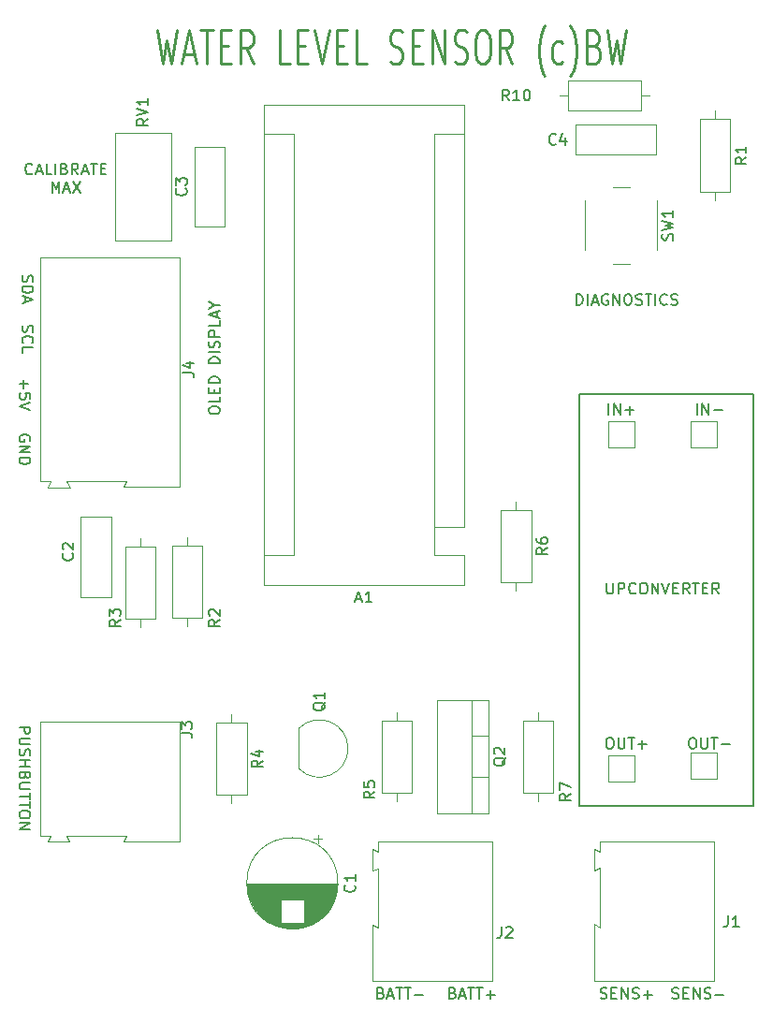
<source format=gto>
G04 #@! TF.GenerationSoftware,KiCad,Pcbnew,6.0.2+dfsg-1*
G04 #@! TF.CreationDate,2023-09-01T16:31:58+02:00*
G04 #@! TF.ProjectId,WLS5,574c5335-2e6b-4696-9361-645f70636258,rev?*
G04 #@! TF.SameCoordinates,Original*
G04 #@! TF.FileFunction,Legend,Top*
G04 #@! TF.FilePolarity,Positive*
%FSLAX46Y46*%
G04 Gerber Fmt 4.6, Leading zero omitted, Abs format (unit mm)*
G04 Created by KiCad (PCBNEW 6.0.2+dfsg-1) date 2023-09-01 16:31:58*
%MOMM*%
%LPD*%
G01*
G04 APERTURE LIST*
%ADD10C,0.150000*%
%ADD11C,0.250000*%
%ADD12C,0.120000*%
%ADD13C,1.600000*%
%ADD14O,1.600000X1.600000*%
%ADD15R,3.960000X1.980000*%
%ADD16O,3.960000X1.980000*%
%ADD17C,2.000000*%
%ADD18R,1.500000X1.050000*%
%ADD19O,1.500000X1.050000*%
%ADD20R,2.000000X2.000000*%
%ADD21R,1.600000X1.600000*%
%ADD22C,3.200000*%
%ADD23R,1.980000X3.960000*%
%ADD24O,1.980000X3.960000*%
%ADD25C,1.440000*%
%ADD26R,2.000000X1.905000*%
%ADD27O,2.000000X1.905000*%
G04 APERTURE END LIST*
D10*
X135500000Y-119000000D02*
X151250000Y-119000000D01*
X151250000Y-119000000D02*
X151250000Y-81750000D01*
X151250000Y-81750000D02*
X135500000Y-81750000D01*
X135500000Y-81750000D02*
X135500000Y-119000000D01*
X85976190Y-61802142D02*
X85928571Y-61849761D01*
X85785714Y-61897380D01*
X85690476Y-61897380D01*
X85547619Y-61849761D01*
X85452380Y-61754523D01*
X85404761Y-61659285D01*
X85357142Y-61468809D01*
X85357142Y-61325952D01*
X85404761Y-61135476D01*
X85452380Y-61040238D01*
X85547619Y-60945000D01*
X85690476Y-60897380D01*
X85785714Y-60897380D01*
X85928571Y-60945000D01*
X85976190Y-60992619D01*
X86357142Y-61611666D02*
X86833333Y-61611666D01*
X86261904Y-61897380D02*
X86595238Y-60897380D01*
X86928571Y-61897380D01*
X87738095Y-61897380D02*
X87261904Y-61897380D01*
X87261904Y-60897380D01*
X88071428Y-61897380D02*
X88071428Y-60897380D01*
X88880952Y-61373571D02*
X89023809Y-61421190D01*
X89071428Y-61468809D01*
X89119047Y-61564047D01*
X89119047Y-61706904D01*
X89071428Y-61802142D01*
X89023809Y-61849761D01*
X88928571Y-61897380D01*
X88547619Y-61897380D01*
X88547619Y-60897380D01*
X88880952Y-60897380D01*
X88976190Y-60945000D01*
X89023809Y-60992619D01*
X89071428Y-61087857D01*
X89071428Y-61183095D01*
X89023809Y-61278333D01*
X88976190Y-61325952D01*
X88880952Y-61373571D01*
X88547619Y-61373571D01*
X90119047Y-61897380D02*
X89785714Y-61421190D01*
X89547619Y-61897380D02*
X89547619Y-60897380D01*
X89928571Y-60897380D01*
X90023809Y-60945000D01*
X90071428Y-60992619D01*
X90119047Y-61087857D01*
X90119047Y-61230714D01*
X90071428Y-61325952D01*
X90023809Y-61373571D01*
X89928571Y-61421190D01*
X89547619Y-61421190D01*
X90500000Y-61611666D02*
X90976190Y-61611666D01*
X90404761Y-61897380D02*
X90738095Y-60897380D01*
X91071428Y-61897380D01*
X91261904Y-60897380D02*
X91833333Y-60897380D01*
X91547619Y-61897380D02*
X91547619Y-60897380D01*
X92166666Y-61373571D02*
X92500000Y-61373571D01*
X92642857Y-61897380D02*
X92166666Y-61897380D01*
X92166666Y-60897380D01*
X92642857Y-60897380D01*
X87761904Y-63507380D02*
X87761904Y-62507380D01*
X88095238Y-63221666D01*
X88428571Y-62507380D01*
X88428571Y-63507380D01*
X88857142Y-63221666D02*
X89333333Y-63221666D01*
X88761904Y-63507380D02*
X89095238Y-62507380D01*
X89428571Y-63507380D01*
X89666666Y-62507380D02*
X90333333Y-63507380D01*
X90333333Y-62507380D02*
X89666666Y-63507380D01*
X85750000Y-85988095D02*
X85797619Y-85892857D01*
X85797619Y-85750000D01*
X85750000Y-85607142D01*
X85654761Y-85511904D01*
X85559523Y-85464285D01*
X85369047Y-85416666D01*
X85226190Y-85416666D01*
X85035714Y-85464285D01*
X84940476Y-85511904D01*
X84845238Y-85607142D01*
X84797619Y-85750000D01*
X84797619Y-85845238D01*
X84845238Y-85988095D01*
X84892857Y-86035714D01*
X85226190Y-86035714D01*
X85226190Y-85845238D01*
X84797619Y-86464285D02*
X85797619Y-86464285D01*
X84797619Y-87035714D01*
X85797619Y-87035714D01*
X84797619Y-87511904D02*
X85797619Y-87511904D01*
X85797619Y-87750000D01*
X85750000Y-87892857D01*
X85654761Y-87988095D01*
X85559523Y-88035714D01*
X85369047Y-88083333D01*
X85226190Y-88083333D01*
X85035714Y-88035714D01*
X84940476Y-87988095D01*
X84845238Y-87892857D01*
X84797619Y-87750000D01*
X84797619Y-87511904D01*
X124011904Y-135928571D02*
X124154761Y-135976190D01*
X124202380Y-136023809D01*
X124250000Y-136119047D01*
X124250000Y-136261904D01*
X124202380Y-136357142D01*
X124154761Y-136404761D01*
X124059523Y-136452380D01*
X123678571Y-136452380D01*
X123678571Y-135452380D01*
X124011904Y-135452380D01*
X124107142Y-135500000D01*
X124154761Y-135547619D01*
X124202380Y-135642857D01*
X124202380Y-135738095D01*
X124154761Y-135833333D01*
X124107142Y-135880952D01*
X124011904Y-135928571D01*
X123678571Y-135928571D01*
X124630952Y-136166666D02*
X125107142Y-136166666D01*
X124535714Y-136452380D02*
X124869047Y-135452380D01*
X125202380Y-136452380D01*
X125392857Y-135452380D02*
X125964285Y-135452380D01*
X125678571Y-136452380D02*
X125678571Y-135452380D01*
X126154761Y-135452380D02*
X126726190Y-135452380D01*
X126440476Y-136452380D02*
X126440476Y-135452380D01*
X127059523Y-136071428D02*
X127821428Y-136071428D01*
X127440476Y-136452380D02*
X127440476Y-135690476D01*
X117511904Y-135928571D02*
X117654761Y-135976190D01*
X117702380Y-136023809D01*
X117750000Y-136119047D01*
X117750000Y-136261904D01*
X117702380Y-136357142D01*
X117654761Y-136404761D01*
X117559523Y-136452380D01*
X117178571Y-136452380D01*
X117178571Y-135452380D01*
X117511904Y-135452380D01*
X117607142Y-135500000D01*
X117654761Y-135547619D01*
X117702380Y-135642857D01*
X117702380Y-135738095D01*
X117654761Y-135833333D01*
X117607142Y-135880952D01*
X117511904Y-135928571D01*
X117178571Y-135928571D01*
X118130952Y-136166666D02*
X118607142Y-136166666D01*
X118035714Y-136452380D02*
X118369047Y-135452380D01*
X118702380Y-136452380D01*
X118892857Y-135452380D02*
X119464285Y-135452380D01*
X119178571Y-136452380D02*
X119178571Y-135452380D01*
X119654761Y-135452380D02*
X120226190Y-135452380D01*
X119940476Y-136452380D02*
X119940476Y-135452380D01*
X120559523Y-136071428D02*
X121321428Y-136071428D01*
X137377857Y-136404761D02*
X137520714Y-136452380D01*
X137758809Y-136452380D01*
X137854047Y-136404761D01*
X137901666Y-136357142D01*
X137949285Y-136261904D01*
X137949285Y-136166666D01*
X137901666Y-136071428D01*
X137854047Y-136023809D01*
X137758809Y-135976190D01*
X137568333Y-135928571D01*
X137473095Y-135880952D01*
X137425476Y-135833333D01*
X137377857Y-135738095D01*
X137377857Y-135642857D01*
X137425476Y-135547619D01*
X137473095Y-135500000D01*
X137568333Y-135452380D01*
X137806428Y-135452380D01*
X137949285Y-135500000D01*
X138377857Y-135928571D02*
X138711190Y-135928571D01*
X138854047Y-136452380D02*
X138377857Y-136452380D01*
X138377857Y-135452380D01*
X138854047Y-135452380D01*
X139282619Y-136452380D02*
X139282619Y-135452380D01*
X139854047Y-136452380D01*
X139854047Y-135452380D01*
X140282619Y-136404761D02*
X140425476Y-136452380D01*
X140663571Y-136452380D01*
X140758809Y-136404761D01*
X140806428Y-136357142D01*
X140854047Y-136261904D01*
X140854047Y-136166666D01*
X140806428Y-136071428D01*
X140758809Y-136023809D01*
X140663571Y-135976190D01*
X140473095Y-135928571D01*
X140377857Y-135880952D01*
X140330238Y-135833333D01*
X140282619Y-135738095D01*
X140282619Y-135642857D01*
X140330238Y-135547619D01*
X140377857Y-135500000D01*
X140473095Y-135452380D01*
X140711190Y-135452380D01*
X140854047Y-135500000D01*
X141282619Y-136071428D02*
X142044523Y-136071428D01*
X141663571Y-136452380D02*
X141663571Y-135690476D01*
X143877857Y-136404761D02*
X144020714Y-136452380D01*
X144258809Y-136452380D01*
X144354047Y-136404761D01*
X144401666Y-136357142D01*
X144449285Y-136261904D01*
X144449285Y-136166666D01*
X144401666Y-136071428D01*
X144354047Y-136023809D01*
X144258809Y-135976190D01*
X144068333Y-135928571D01*
X143973095Y-135880952D01*
X143925476Y-135833333D01*
X143877857Y-135738095D01*
X143877857Y-135642857D01*
X143925476Y-135547619D01*
X143973095Y-135500000D01*
X144068333Y-135452380D01*
X144306428Y-135452380D01*
X144449285Y-135500000D01*
X144877857Y-135928571D02*
X145211190Y-135928571D01*
X145354047Y-136452380D02*
X144877857Y-136452380D01*
X144877857Y-135452380D01*
X145354047Y-135452380D01*
X145782619Y-136452380D02*
X145782619Y-135452380D01*
X146354047Y-136452380D01*
X146354047Y-135452380D01*
X146782619Y-136404761D02*
X146925476Y-136452380D01*
X147163571Y-136452380D01*
X147258809Y-136404761D01*
X147306428Y-136357142D01*
X147354047Y-136261904D01*
X147354047Y-136166666D01*
X147306428Y-136071428D01*
X147258809Y-136023809D01*
X147163571Y-135976190D01*
X146973095Y-135928571D01*
X146877857Y-135880952D01*
X146830238Y-135833333D01*
X146782619Y-135738095D01*
X146782619Y-135642857D01*
X146830238Y-135547619D01*
X146877857Y-135500000D01*
X146973095Y-135452380D01*
X147211190Y-135452380D01*
X147354047Y-135500000D01*
X147782619Y-136071428D02*
X148544523Y-136071428D01*
X101952380Y-83309523D02*
X101952380Y-83119047D01*
X102000000Y-83023809D01*
X102095238Y-82928571D01*
X102285714Y-82880952D01*
X102619047Y-82880952D01*
X102809523Y-82928571D01*
X102904761Y-83023809D01*
X102952380Y-83119047D01*
X102952380Y-83309523D01*
X102904761Y-83404761D01*
X102809523Y-83500000D01*
X102619047Y-83547619D01*
X102285714Y-83547619D01*
X102095238Y-83500000D01*
X102000000Y-83404761D01*
X101952380Y-83309523D01*
X102952380Y-81976190D02*
X102952380Y-82452380D01*
X101952380Y-82452380D01*
X102428571Y-81642857D02*
X102428571Y-81309523D01*
X102952380Y-81166666D02*
X102952380Y-81642857D01*
X101952380Y-81642857D01*
X101952380Y-81166666D01*
X102952380Y-80738095D02*
X101952380Y-80738095D01*
X101952380Y-80500000D01*
X102000000Y-80357142D01*
X102095238Y-80261904D01*
X102190476Y-80214285D01*
X102380952Y-80166666D01*
X102523809Y-80166666D01*
X102714285Y-80214285D01*
X102809523Y-80261904D01*
X102904761Y-80357142D01*
X102952380Y-80500000D01*
X102952380Y-80738095D01*
X102952380Y-78976190D02*
X101952380Y-78976190D01*
X101952380Y-78738095D01*
X102000000Y-78595238D01*
X102095238Y-78500000D01*
X102190476Y-78452380D01*
X102380952Y-78404761D01*
X102523809Y-78404761D01*
X102714285Y-78452380D01*
X102809523Y-78500000D01*
X102904761Y-78595238D01*
X102952380Y-78738095D01*
X102952380Y-78976190D01*
X102952380Y-77976190D02*
X101952380Y-77976190D01*
X102904761Y-77547619D02*
X102952380Y-77404761D01*
X102952380Y-77166666D01*
X102904761Y-77071428D01*
X102857142Y-77023809D01*
X102761904Y-76976190D01*
X102666666Y-76976190D01*
X102571428Y-77023809D01*
X102523809Y-77071428D01*
X102476190Y-77166666D01*
X102428571Y-77357142D01*
X102380952Y-77452380D01*
X102333333Y-77500000D01*
X102238095Y-77547619D01*
X102142857Y-77547619D01*
X102047619Y-77500000D01*
X102000000Y-77452380D01*
X101952380Y-77357142D01*
X101952380Y-77119047D01*
X102000000Y-76976190D01*
X102952380Y-76547619D02*
X101952380Y-76547619D01*
X101952380Y-76166666D01*
X102000000Y-76071428D01*
X102047619Y-76023809D01*
X102142857Y-75976190D01*
X102285714Y-75976190D01*
X102380952Y-76023809D01*
X102428571Y-76071428D01*
X102476190Y-76166666D01*
X102476190Y-76547619D01*
X102952380Y-75071428D02*
X102952380Y-75547619D01*
X101952380Y-75547619D01*
X102666666Y-74785714D02*
X102666666Y-74309523D01*
X102952380Y-74880952D02*
X101952380Y-74547619D01*
X102952380Y-74214285D01*
X102476190Y-73690476D02*
X102952380Y-73690476D01*
X101952380Y-74023809D02*
X102476190Y-73690476D01*
X101952380Y-73357142D01*
X137952380Y-98827380D02*
X137952380Y-99636904D01*
X138000000Y-99732142D01*
X138047619Y-99779761D01*
X138142857Y-99827380D01*
X138333333Y-99827380D01*
X138428571Y-99779761D01*
X138476190Y-99732142D01*
X138523809Y-99636904D01*
X138523809Y-98827380D01*
X139000000Y-99827380D02*
X139000000Y-98827380D01*
X139380952Y-98827380D01*
X139476190Y-98875000D01*
X139523809Y-98922619D01*
X139571428Y-99017857D01*
X139571428Y-99160714D01*
X139523809Y-99255952D01*
X139476190Y-99303571D01*
X139380952Y-99351190D01*
X139000000Y-99351190D01*
X140571428Y-99732142D02*
X140523809Y-99779761D01*
X140380952Y-99827380D01*
X140285714Y-99827380D01*
X140142857Y-99779761D01*
X140047619Y-99684523D01*
X140000000Y-99589285D01*
X139952380Y-99398809D01*
X139952380Y-99255952D01*
X140000000Y-99065476D01*
X140047619Y-98970238D01*
X140142857Y-98875000D01*
X140285714Y-98827380D01*
X140380952Y-98827380D01*
X140523809Y-98875000D01*
X140571428Y-98922619D01*
X141190476Y-98827380D02*
X141380952Y-98827380D01*
X141476190Y-98875000D01*
X141571428Y-98970238D01*
X141619047Y-99160714D01*
X141619047Y-99494047D01*
X141571428Y-99684523D01*
X141476190Y-99779761D01*
X141380952Y-99827380D01*
X141190476Y-99827380D01*
X141095238Y-99779761D01*
X141000000Y-99684523D01*
X140952380Y-99494047D01*
X140952380Y-99160714D01*
X141000000Y-98970238D01*
X141095238Y-98875000D01*
X141190476Y-98827380D01*
X142047619Y-99827380D02*
X142047619Y-98827380D01*
X142619047Y-99827380D01*
X142619047Y-98827380D01*
X142952380Y-98827380D02*
X143285714Y-99827380D01*
X143619047Y-98827380D01*
X143952380Y-99303571D02*
X144285714Y-99303571D01*
X144428571Y-99827380D02*
X143952380Y-99827380D01*
X143952380Y-98827380D01*
X144428571Y-98827380D01*
X145428571Y-99827380D02*
X145095238Y-99351190D01*
X144857142Y-99827380D02*
X144857142Y-98827380D01*
X145238095Y-98827380D01*
X145333333Y-98875000D01*
X145380952Y-98922619D01*
X145428571Y-99017857D01*
X145428571Y-99160714D01*
X145380952Y-99255952D01*
X145333333Y-99303571D01*
X145238095Y-99351190D01*
X144857142Y-99351190D01*
X145714285Y-98827380D02*
X146285714Y-98827380D01*
X146000000Y-99827380D02*
X146000000Y-98827380D01*
X146619047Y-99303571D02*
X146952380Y-99303571D01*
X147095238Y-99827380D02*
X146619047Y-99827380D01*
X146619047Y-98827380D01*
X147095238Y-98827380D01*
X148095238Y-99827380D02*
X147761904Y-99351190D01*
X147523809Y-99827380D02*
X147523809Y-98827380D01*
X147904761Y-98827380D01*
X148000000Y-98875000D01*
X148047619Y-98922619D01*
X148095238Y-99017857D01*
X148095238Y-99160714D01*
X148047619Y-99255952D01*
X148000000Y-99303571D01*
X147904761Y-99351190D01*
X147523809Y-99351190D01*
X85095238Y-71035714D02*
X85047619Y-71178571D01*
X85047619Y-71416666D01*
X85095238Y-71511904D01*
X85142857Y-71559523D01*
X85238095Y-71607142D01*
X85333333Y-71607142D01*
X85428571Y-71559523D01*
X85476190Y-71511904D01*
X85523809Y-71416666D01*
X85571428Y-71226190D01*
X85619047Y-71130952D01*
X85666666Y-71083333D01*
X85761904Y-71035714D01*
X85857142Y-71035714D01*
X85952380Y-71083333D01*
X86000000Y-71130952D01*
X86047619Y-71226190D01*
X86047619Y-71464285D01*
X86000000Y-71607142D01*
X85047619Y-72035714D02*
X86047619Y-72035714D01*
X86047619Y-72273809D01*
X86000000Y-72416666D01*
X85904761Y-72511904D01*
X85809523Y-72559523D01*
X85619047Y-72607142D01*
X85476190Y-72607142D01*
X85285714Y-72559523D01*
X85190476Y-72511904D01*
X85095238Y-72416666D01*
X85047619Y-72273809D01*
X85047619Y-72035714D01*
X85333333Y-72988095D02*
X85333333Y-73464285D01*
X85047619Y-72892857D02*
X86047619Y-73226190D01*
X85047619Y-73559523D01*
X135202380Y-73702380D02*
X135202380Y-72702380D01*
X135440476Y-72702380D01*
X135583333Y-72750000D01*
X135678571Y-72845238D01*
X135726190Y-72940476D01*
X135773809Y-73130952D01*
X135773809Y-73273809D01*
X135726190Y-73464285D01*
X135678571Y-73559523D01*
X135583333Y-73654761D01*
X135440476Y-73702380D01*
X135202380Y-73702380D01*
X136202380Y-73702380D02*
X136202380Y-72702380D01*
X136630952Y-73416666D02*
X137107142Y-73416666D01*
X136535714Y-73702380D02*
X136869047Y-72702380D01*
X137202380Y-73702380D01*
X138059523Y-72750000D02*
X137964285Y-72702380D01*
X137821428Y-72702380D01*
X137678571Y-72750000D01*
X137583333Y-72845238D01*
X137535714Y-72940476D01*
X137488095Y-73130952D01*
X137488095Y-73273809D01*
X137535714Y-73464285D01*
X137583333Y-73559523D01*
X137678571Y-73654761D01*
X137821428Y-73702380D01*
X137916666Y-73702380D01*
X138059523Y-73654761D01*
X138107142Y-73607142D01*
X138107142Y-73273809D01*
X137916666Y-73273809D01*
X138535714Y-73702380D02*
X138535714Y-72702380D01*
X139107142Y-73702380D01*
X139107142Y-72702380D01*
X139773809Y-72702380D02*
X139964285Y-72702380D01*
X140059523Y-72750000D01*
X140154761Y-72845238D01*
X140202380Y-73035714D01*
X140202380Y-73369047D01*
X140154761Y-73559523D01*
X140059523Y-73654761D01*
X139964285Y-73702380D01*
X139773809Y-73702380D01*
X139678571Y-73654761D01*
X139583333Y-73559523D01*
X139535714Y-73369047D01*
X139535714Y-73035714D01*
X139583333Y-72845238D01*
X139678571Y-72750000D01*
X139773809Y-72702380D01*
X140583333Y-73654761D02*
X140726190Y-73702380D01*
X140964285Y-73702380D01*
X141059523Y-73654761D01*
X141107142Y-73607142D01*
X141154761Y-73511904D01*
X141154761Y-73416666D01*
X141107142Y-73321428D01*
X141059523Y-73273809D01*
X140964285Y-73226190D01*
X140773809Y-73178571D01*
X140678571Y-73130952D01*
X140630952Y-73083333D01*
X140583333Y-72988095D01*
X140583333Y-72892857D01*
X140630952Y-72797619D01*
X140678571Y-72750000D01*
X140773809Y-72702380D01*
X141011904Y-72702380D01*
X141154761Y-72750000D01*
X141440476Y-72702380D02*
X142011904Y-72702380D01*
X141726190Y-73702380D02*
X141726190Y-72702380D01*
X142345238Y-73702380D02*
X142345238Y-72702380D01*
X143392857Y-73607142D02*
X143345238Y-73654761D01*
X143202380Y-73702380D01*
X143107142Y-73702380D01*
X142964285Y-73654761D01*
X142869047Y-73559523D01*
X142821428Y-73464285D01*
X142773809Y-73273809D01*
X142773809Y-73130952D01*
X142821428Y-72940476D01*
X142869047Y-72845238D01*
X142964285Y-72750000D01*
X143107142Y-72702380D01*
X143202380Y-72702380D01*
X143345238Y-72750000D01*
X143392857Y-72797619D01*
X143773809Y-73654761D02*
X143916666Y-73702380D01*
X144154761Y-73702380D01*
X144250000Y-73654761D01*
X144297619Y-73607142D01*
X144345238Y-73511904D01*
X144345238Y-73416666D01*
X144297619Y-73321428D01*
X144250000Y-73273809D01*
X144154761Y-73226190D01*
X143964285Y-73178571D01*
X143869047Y-73130952D01*
X143821428Y-73083333D01*
X143773809Y-72988095D01*
X143773809Y-72892857D01*
X143821428Y-72797619D01*
X143869047Y-72750000D01*
X143964285Y-72702380D01*
X144202380Y-72702380D01*
X144345238Y-72750000D01*
X85095238Y-75559523D02*
X85047619Y-75702380D01*
X85047619Y-75940476D01*
X85095238Y-76035714D01*
X85142857Y-76083333D01*
X85238095Y-76130952D01*
X85333333Y-76130952D01*
X85428571Y-76083333D01*
X85476190Y-76035714D01*
X85523809Y-75940476D01*
X85571428Y-75750000D01*
X85619047Y-75654761D01*
X85666666Y-75607142D01*
X85761904Y-75559523D01*
X85857142Y-75559523D01*
X85952380Y-75607142D01*
X86000000Y-75654761D01*
X86047619Y-75750000D01*
X86047619Y-75988095D01*
X86000000Y-76130952D01*
X85142857Y-77130952D02*
X85095238Y-77083333D01*
X85047619Y-76940476D01*
X85047619Y-76845238D01*
X85095238Y-76702380D01*
X85190476Y-76607142D01*
X85285714Y-76559523D01*
X85476190Y-76511904D01*
X85619047Y-76511904D01*
X85809523Y-76559523D01*
X85904761Y-76607142D01*
X86000000Y-76702380D01*
X86047619Y-76845238D01*
X86047619Y-76940476D01*
X86000000Y-77083333D01*
X85952380Y-77130952D01*
X85047619Y-78035714D02*
X85047619Y-77559523D01*
X86047619Y-77559523D01*
X84797619Y-111880952D02*
X85797619Y-111880952D01*
X85797619Y-112261904D01*
X85750000Y-112357142D01*
X85702380Y-112404761D01*
X85607142Y-112452380D01*
X85464285Y-112452380D01*
X85369047Y-112404761D01*
X85321428Y-112357142D01*
X85273809Y-112261904D01*
X85273809Y-111880952D01*
X85797619Y-112880952D02*
X84988095Y-112880952D01*
X84892857Y-112928571D01*
X84845238Y-112976190D01*
X84797619Y-113071428D01*
X84797619Y-113261904D01*
X84845238Y-113357142D01*
X84892857Y-113404761D01*
X84988095Y-113452380D01*
X85797619Y-113452380D01*
X84845238Y-113880952D02*
X84797619Y-114023809D01*
X84797619Y-114261904D01*
X84845238Y-114357142D01*
X84892857Y-114404761D01*
X84988095Y-114452380D01*
X85083333Y-114452380D01*
X85178571Y-114404761D01*
X85226190Y-114357142D01*
X85273809Y-114261904D01*
X85321428Y-114071428D01*
X85369047Y-113976190D01*
X85416666Y-113928571D01*
X85511904Y-113880952D01*
X85607142Y-113880952D01*
X85702380Y-113928571D01*
X85750000Y-113976190D01*
X85797619Y-114071428D01*
X85797619Y-114309523D01*
X85750000Y-114452380D01*
X84797619Y-114880952D02*
X85797619Y-114880952D01*
X85321428Y-114880952D02*
X85321428Y-115452380D01*
X84797619Y-115452380D02*
X85797619Y-115452380D01*
X85321428Y-116261904D02*
X85273809Y-116404761D01*
X85226190Y-116452380D01*
X85130952Y-116500000D01*
X84988095Y-116500000D01*
X84892857Y-116452380D01*
X84845238Y-116404761D01*
X84797619Y-116309523D01*
X84797619Y-115928571D01*
X85797619Y-115928571D01*
X85797619Y-116261904D01*
X85750000Y-116357142D01*
X85702380Y-116404761D01*
X85607142Y-116452380D01*
X85511904Y-116452380D01*
X85416666Y-116404761D01*
X85369047Y-116357142D01*
X85321428Y-116261904D01*
X85321428Y-115928571D01*
X85797619Y-116928571D02*
X84988095Y-116928571D01*
X84892857Y-116976190D01*
X84845238Y-117023809D01*
X84797619Y-117119047D01*
X84797619Y-117309523D01*
X84845238Y-117404761D01*
X84892857Y-117452380D01*
X84988095Y-117500000D01*
X85797619Y-117500000D01*
X85797619Y-117833333D02*
X85797619Y-118404761D01*
X84797619Y-118119047D02*
X85797619Y-118119047D01*
X85797619Y-118595238D02*
X85797619Y-119166666D01*
X84797619Y-118880952D02*
X85797619Y-118880952D01*
X85797619Y-119690476D02*
X85797619Y-119880952D01*
X85750000Y-119976190D01*
X85654761Y-120071428D01*
X85464285Y-120119047D01*
X85130952Y-120119047D01*
X84940476Y-120071428D01*
X84845238Y-119976190D01*
X84797619Y-119880952D01*
X84797619Y-119690476D01*
X84845238Y-119595238D01*
X84940476Y-119500000D01*
X85130952Y-119452380D01*
X85464285Y-119452380D01*
X85654761Y-119500000D01*
X85750000Y-119595238D01*
X85797619Y-119690476D01*
X84797619Y-120547619D02*
X85797619Y-120547619D01*
X84797619Y-121119047D01*
X85797619Y-121119047D01*
X85178571Y-80464285D02*
X85178571Y-81226190D01*
X84797619Y-80845238D02*
X85559523Y-80845238D01*
X85797619Y-82178571D02*
X85797619Y-81702380D01*
X85321428Y-81654761D01*
X85369047Y-81702380D01*
X85416666Y-81797619D01*
X85416666Y-82035714D01*
X85369047Y-82130952D01*
X85321428Y-82178571D01*
X85226190Y-82226190D01*
X84988095Y-82226190D01*
X84892857Y-82178571D01*
X84845238Y-82130952D01*
X84797619Y-82035714D01*
X84797619Y-81797619D01*
X84845238Y-81702380D01*
X84892857Y-81654761D01*
X85797619Y-82511904D02*
X84797619Y-82845238D01*
X85797619Y-83178571D01*
D11*
X97309523Y-48857142D02*
X97785714Y-51857142D01*
X98166666Y-49714285D01*
X98547619Y-51857142D01*
X99023809Y-48857142D01*
X99690476Y-51000000D02*
X100642857Y-51000000D01*
X99500000Y-51857142D02*
X100166666Y-48857142D01*
X100833333Y-51857142D01*
X101214285Y-48857142D02*
X102357142Y-48857142D01*
X101785714Y-51857142D02*
X101785714Y-48857142D01*
X103023809Y-50285714D02*
X103690476Y-50285714D01*
X103976190Y-51857142D02*
X103023809Y-51857142D01*
X103023809Y-48857142D01*
X103976190Y-48857142D01*
X105976190Y-51857142D02*
X105309523Y-50428571D01*
X104833333Y-51857142D02*
X104833333Y-48857142D01*
X105595238Y-48857142D01*
X105785714Y-49000000D01*
X105880952Y-49142857D01*
X105976190Y-49428571D01*
X105976190Y-49857142D01*
X105880952Y-50142857D01*
X105785714Y-50285714D01*
X105595238Y-50428571D01*
X104833333Y-50428571D01*
X109309523Y-51857142D02*
X108357142Y-51857142D01*
X108357142Y-48857142D01*
X109976190Y-50285714D02*
X110642857Y-50285714D01*
X110928571Y-51857142D02*
X109976190Y-51857142D01*
X109976190Y-48857142D01*
X110928571Y-48857142D01*
X111500000Y-48857142D02*
X112166666Y-51857142D01*
X112833333Y-48857142D01*
X113500000Y-50285714D02*
X114166666Y-50285714D01*
X114452380Y-51857142D02*
X113500000Y-51857142D01*
X113500000Y-48857142D01*
X114452380Y-48857142D01*
X116261904Y-51857142D02*
X115309523Y-51857142D01*
X115309523Y-48857142D01*
X118357142Y-51714285D02*
X118642857Y-51857142D01*
X119119047Y-51857142D01*
X119309523Y-51714285D01*
X119404761Y-51571428D01*
X119500000Y-51285714D01*
X119500000Y-51000000D01*
X119404761Y-50714285D01*
X119309523Y-50571428D01*
X119119047Y-50428571D01*
X118738095Y-50285714D01*
X118547619Y-50142857D01*
X118452380Y-50000000D01*
X118357142Y-49714285D01*
X118357142Y-49428571D01*
X118452380Y-49142857D01*
X118547619Y-49000000D01*
X118738095Y-48857142D01*
X119214285Y-48857142D01*
X119500000Y-49000000D01*
X120357142Y-50285714D02*
X121023809Y-50285714D01*
X121309523Y-51857142D02*
X120357142Y-51857142D01*
X120357142Y-48857142D01*
X121309523Y-48857142D01*
X122166666Y-51857142D02*
X122166666Y-48857142D01*
X123309523Y-51857142D01*
X123309523Y-48857142D01*
X124166666Y-51714285D02*
X124452380Y-51857142D01*
X124928571Y-51857142D01*
X125119047Y-51714285D01*
X125214285Y-51571428D01*
X125309523Y-51285714D01*
X125309523Y-51000000D01*
X125214285Y-50714285D01*
X125119047Y-50571428D01*
X124928571Y-50428571D01*
X124547619Y-50285714D01*
X124357142Y-50142857D01*
X124261904Y-50000000D01*
X124166666Y-49714285D01*
X124166666Y-49428571D01*
X124261904Y-49142857D01*
X124357142Y-49000000D01*
X124547619Y-48857142D01*
X125023809Y-48857142D01*
X125309523Y-49000000D01*
X126547619Y-48857142D02*
X126928571Y-48857142D01*
X127119047Y-49000000D01*
X127309523Y-49285714D01*
X127404761Y-49857142D01*
X127404761Y-50857142D01*
X127309523Y-51428571D01*
X127119047Y-51714285D01*
X126928571Y-51857142D01*
X126547619Y-51857142D01*
X126357142Y-51714285D01*
X126166666Y-51428571D01*
X126071428Y-50857142D01*
X126071428Y-49857142D01*
X126166666Y-49285714D01*
X126357142Y-49000000D01*
X126547619Y-48857142D01*
X129404761Y-51857142D02*
X128738095Y-50428571D01*
X128261904Y-51857142D02*
X128261904Y-48857142D01*
X129023809Y-48857142D01*
X129214285Y-49000000D01*
X129309523Y-49142857D01*
X129404761Y-49428571D01*
X129404761Y-49857142D01*
X129309523Y-50142857D01*
X129214285Y-50285714D01*
X129023809Y-50428571D01*
X128261904Y-50428571D01*
X132357142Y-53000000D02*
X132261904Y-52857142D01*
X132071428Y-52428571D01*
X131976190Y-52142857D01*
X131880952Y-51714285D01*
X131785714Y-51000000D01*
X131785714Y-50428571D01*
X131880952Y-49714285D01*
X131976190Y-49285714D01*
X132071428Y-49000000D01*
X132261904Y-48571428D01*
X132357142Y-48428571D01*
X133976190Y-51714285D02*
X133785714Y-51857142D01*
X133404761Y-51857142D01*
X133214285Y-51714285D01*
X133119047Y-51571428D01*
X133023809Y-51285714D01*
X133023809Y-50428571D01*
X133119047Y-50142857D01*
X133214285Y-50000000D01*
X133404761Y-49857142D01*
X133785714Y-49857142D01*
X133976190Y-50000000D01*
X134642857Y-53000000D02*
X134738095Y-52857142D01*
X134928571Y-52428571D01*
X135023809Y-52142857D01*
X135119047Y-51714285D01*
X135214285Y-51000000D01*
X135214285Y-50428571D01*
X135119047Y-49714285D01*
X135023809Y-49285714D01*
X134928571Y-49000000D01*
X134738095Y-48571428D01*
X134642857Y-48428571D01*
X136833333Y-50285714D02*
X137119047Y-50428571D01*
X137214285Y-50571428D01*
X137309523Y-50857142D01*
X137309523Y-51285714D01*
X137214285Y-51571428D01*
X137119047Y-51714285D01*
X136928571Y-51857142D01*
X136166666Y-51857142D01*
X136166666Y-48857142D01*
X136833333Y-48857142D01*
X137023809Y-49000000D01*
X137119047Y-49142857D01*
X137214285Y-49428571D01*
X137214285Y-49714285D01*
X137119047Y-50000000D01*
X137023809Y-50142857D01*
X136833333Y-50285714D01*
X136166666Y-50285714D01*
X137976190Y-48857142D02*
X138452380Y-51857142D01*
X138833333Y-49714285D01*
X139214285Y-51857142D01*
X139690476Y-48857142D01*
D10*
X129107142Y-55202380D02*
X128773809Y-54726190D01*
X128535714Y-55202380D02*
X128535714Y-54202380D01*
X128916666Y-54202380D01*
X129011904Y-54250000D01*
X129059523Y-54297619D01*
X129107142Y-54392857D01*
X129107142Y-54535714D01*
X129059523Y-54630952D01*
X129011904Y-54678571D01*
X128916666Y-54726190D01*
X128535714Y-54726190D01*
X130059523Y-55202380D02*
X129488095Y-55202380D01*
X129773809Y-55202380D02*
X129773809Y-54202380D01*
X129678571Y-54345238D01*
X129583333Y-54440476D01*
X129488095Y-54488095D01*
X130678571Y-54202380D02*
X130773809Y-54202380D01*
X130869047Y-54250000D01*
X130916666Y-54297619D01*
X130964285Y-54392857D01*
X131011904Y-54583333D01*
X131011904Y-54821428D01*
X130964285Y-55011904D01*
X130916666Y-55107142D01*
X130869047Y-55154761D01*
X130773809Y-55202380D01*
X130678571Y-55202380D01*
X130583333Y-55154761D01*
X130535714Y-55107142D01*
X130488095Y-55011904D01*
X130440476Y-54821428D01*
X130440476Y-54583333D01*
X130488095Y-54392857D01*
X130535714Y-54297619D01*
X130583333Y-54250000D01*
X130678571Y-54202380D01*
X150572380Y-60331666D02*
X150096190Y-60665000D01*
X150572380Y-60903095D02*
X149572380Y-60903095D01*
X149572380Y-60522142D01*
X149620000Y-60426904D01*
X149667619Y-60379285D01*
X149762857Y-60331666D01*
X149905714Y-60331666D01*
X150000952Y-60379285D01*
X150048571Y-60426904D01*
X150096190Y-60522142D01*
X150096190Y-60903095D01*
X150572380Y-59379285D02*
X150572380Y-59950714D01*
X150572380Y-59665000D02*
X149572380Y-59665000D01*
X149715238Y-59760238D01*
X149810476Y-59855476D01*
X149858095Y-59950714D01*
X133333333Y-59107142D02*
X133285714Y-59154761D01*
X133142857Y-59202380D01*
X133047619Y-59202380D01*
X132904761Y-59154761D01*
X132809523Y-59059523D01*
X132761904Y-58964285D01*
X132714285Y-58773809D01*
X132714285Y-58630952D01*
X132761904Y-58440476D01*
X132809523Y-58345238D01*
X132904761Y-58250000D01*
X133047619Y-58202380D01*
X133142857Y-58202380D01*
X133285714Y-58250000D01*
X133333333Y-58297619D01*
X134190476Y-58535714D02*
X134190476Y-59202380D01*
X133952380Y-58154761D02*
X133714285Y-58869047D01*
X134333333Y-58869047D01*
X99602380Y-79833333D02*
X100316666Y-79833333D01*
X100459523Y-79880952D01*
X100554761Y-79976190D01*
X100602380Y-80119047D01*
X100602380Y-80214285D01*
X99935714Y-78928571D02*
X100602380Y-78928571D01*
X99554761Y-79166666D02*
X100269047Y-79404761D01*
X100269047Y-78785714D01*
X116952380Y-117706666D02*
X116476190Y-118040000D01*
X116952380Y-118278095D02*
X115952380Y-118278095D01*
X115952380Y-117897142D01*
X116000000Y-117801904D01*
X116047619Y-117754285D01*
X116142857Y-117706666D01*
X116285714Y-117706666D01*
X116380952Y-117754285D01*
X116428571Y-117801904D01*
X116476190Y-117897142D01*
X116476190Y-118278095D01*
X115952380Y-116801904D02*
X115952380Y-117278095D01*
X116428571Y-117325714D01*
X116380952Y-117278095D01*
X116333333Y-117182857D01*
X116333333Y-116944761D01*
X116380952Y-116849523D01*
X116428571Y-116801904D01*
X116523809Y-116754285D01*
X116761904Y-116754285D01*
X116857142Y-116801904D01*
X116904761Y-116849523D01*
X116952380Y-116944761D01*
X116952380Y-117182857D01*
X116904761Y-117278095D01*
X116857142Y-117325714D01*
X143904761Y-67833333D02*
X143952380Y-67690476D01*
X143952380Y-67452380D01*
X143904761Y-67357142D01*
X143857142Y-67309523D01*
X143761904Y-67261904D01*
X143666666Y-67261904D01*
X143571428Y-67309523D01*
X143523809Y-67357142D01*
X143476190Y-67452380D01*
X143428571Y-67642857D01*
X143380952Y-67738095D01*
X143333333Y-67785714D01*
X143238095Y-67833333D01*
X143142857Y-67833333D01*
X143047619Y-67785714D01*
X143000000Y-67738095D01*
X142952380Y-67642857D01*
X142952380Y-67404761D01*
X143000000Y-67261904D01*
X142952380Y-66928571D02*
X143952380Y-66690476D01*
X143238095Y-66500000D01*
X143952380Y-66309523D01*
X142952380Y-66071428D01*
X143952380Y-65166666D02*
X143952380Y-65738095D01*
X143952380Y-65452380D02*
X142952380Y-65452380D01*
X143095238Y-65547619D01*
X143190476Y-65642857D01*
X143238095Y-65738095D01*
X112492619Y-109635238D02*
X112445000Y-109730476D01*
X112349761Y-109825714D01*
X112206904Y-109968571D01*
X112159285Y-110063809D01*
X112159285Y-110159047D01*
X112397380Y-110111428D02*
X112349761Y-110206666D01*
X112254523Y-110301904D01*
X112064047Y-110349523D01*
X111730714Y-110349523D01*
X111540238Y-110301904D01*
X111445000Y-110206666D01*
X111397380Y-110111428D01*
X111397380Y-109920952D01*
X111445000Y-109825714D01*
X111540238Y-109730476D01*
X111730714Y-109682857D01*
X112064047Y-109682857D01*
X112254523Y-109730476D01*
X112349761Y-109825714D01*
X112397380Y-109920952D01*
X112397380Y-110111428D01*
X112397380Y-108730476D02*
X112397380Y-109301904D01*
X112397380Y-109016190D02*
X111397380Y-109016190D01*
X111540238Y-109111428D01*
X111635476Y-109206666D01*
X111683095Y-109301904D01*
X145630952Y-112829380D02*
X145821428Y-112829380D01*
X145916666Y-112877000D01*
X146011904Y-112972238D01*
X146059523Y-113162714D01*
X146059523Y-113496047D01*
X146011904Y-113686523D01*
X145916666Y-113781761D01*
X145821428Y-113829380D01*
X145630952Y-113829380D01*
X145535714Y-113781761D01*
X145440476Y-113686523D01*
X145392857Y-113496047D01*
X145392857Y-113162714D01*
X145440476Y-112972238D01*
X145535714Y-112877000D01*
X145630952Y-112829380D01*
X146488095Y-112829380D02*
X146488095Y-113638904D01*
X146535714Y-113734142D01*
X146583333Y-113781761D01*
X146678571Y-113829380D01*
X146869047Y-113829380D01*
X146964285Y-113781761D01*
X147011904Y-113734142D01*
X147059523Y-113638904D01*
X147059523Y-112829380D01*
X147392857Y-112829380D02*
X147964285Y-112829380D01*
X147678571Y-113829380D02*
X147678571Y-112829380D01*
X148297619Y-113448428D02*
X149059523Y-113448428D01*
X102952380Y-102166666D02*
X102476190Y-102500000D01*
X102952380Y-102738095D02*
X101952380Y-102738095D01*
X101952380Y-102357142D01*
X102000000Y-102261904D01*
X102047619Y-102214285D01*
X102142857Y-102166666D01*
X102285714Y-102166666D01*
X102380952Y-102214285D01*
X102428571Y-102261904D01*
X102476190Y-102357142D01*
X102476190Y-102738095D01*
X102047619Y-101785714D02*
X102000000Y-101738095D01*
X101952380Y-101642857D01*
X101952380Y-101404761D01*
X102000000Y-101309523D01*
X102047619Y-101261904D01*
X102142857Y-101214285D01*
X102238095Y-101214285D01*
X102380952Y-101261904D01*
X102952380Y-101833333D01*
X102952380Y-101214285D01*
X138107142Y-83577380D02*
X138107142Y-82577380D01*
X138583333Y-83577380D02*
X138583333Y-82577380D01*
X139154761Y-83577380D01*
X139154761Y-82577380D01*
X139630952Y-83196428D02*
X140392857Y-83196428D01*
X140011904Y-83577380D02*
X140011904Y-82815476D01*
X115107142Y-126166666D02*
X115154761Y-126214285D01*
X115202380Y-126357142D01*
X115202380Y-126452380D01*
X115154761Y-126595238D01*
X115059523Y-126690476D01*
X114964285Y-126738095D01*
X114773809Y-126785714D01*
X114630952Y-126785714D01*
X114440476Y-126738095D01*
X114345238Y-126690476D01*
X114250000Y-126595238D01*
X114202380Y-126452380D01*
X114202380Y-126357142D01*
X114250000Y-126214285D01*
X114297619Y-126166666D01*
X115202380Y-125214285D02*
X115202380Y-125785714D01*
X115202380Y-125500000D02*
X114202380Y-125500000D01*
X114345238Y-125595238D01*
X114440476Y-125690476D01*
X114488095Y-125785714D01*
X115275714Y-100296666D02*
X115751904Y-100296666D01*
X115180476Y-100582380D02*
X115513809Y-99582380D01*
X115847142Y-100582380D01*
X116704285Y-100582380D02*
X116132857Y-100582380D01*
X116418571Y-100582380D02*
X116418571Y-99582380D01*
X116323333Y-99725238D01*
X116228095Y-99820476D01*
X116132857Y-99868095D01*
X99442380Y-112413333D02*
X100156666Y-112413333D01*
X100299523Y-112460952D01*
X100394761Y-112556190D01*
X100442380Y-112699047D01*
X100442380Y-112794285D01*
X99442380Y-112032380D02*
X99442380Y-111413333D01*
X99823333Y-111746666D01*
X99823333Y-111603809D01*
X99870952Y-111508571D01*
X99918571Y-111460952D01*
X100013809Y-111413333D01*
X100251904Y-111413333D01*
X100347142Y-111460952D01*
X100394761Y-111508571D01*
X100442380Y-111603809D01*
X100442380Y-111889523D01*
X100394761Y-111984761D01*
X100347142Y-112032380D01*
X99857142Y-63166666D02*
X99904761Y-63214285D01*
X99952380Y-63357142D01*
X99952380Y-63452380D01*
X99904761Y-63595238D01*
X99809523Y-63690476D01*
X99714285Y-63738095D01*
X99523809Y-63785714D01*
X99380952Y-63785714D01*
X99190476Y-63738095D01*
X99095238Y-63690476D01*
X99000000Y-63595238D01*
X98952380Y-63452380D01*
X98952380Y-63357142D01*
X99000000Y-63214285D01*
X99047619Y-63166666D01*
X98952380Y-62833333D02*
X98952380Y-62214285D01*
X99333333Y-62547619D01*
X99333333Y-62404761D01*
X99380952Y-62309523D01*
X99428571Y-62261904D01*
X99523809Y-62214285D01*
X99761904Y-62214285D01*
X99857142Y-62261904D01*
X99904761Y-62309523D01*
X99952380Y-62404761D01*
X99952380Y-62690476D01*
X99904761Y-62785714D01*
X99857142Y-62833333D01*
X134702380Y-117916666D02*
X134226190Y-118250000D01*
X134702380Y-118488095D02*
X133702380Y-118488095D01*
X133702380Y-118107142D01*
X133750000Y-118011904D01*
X133797619Y-117964285D01*
X133892857Y-117916666D01*
X134035714Y-117916666D01*
X134130952Y-117964285D01*
X134178571Y-118011904D01*
X134226190Y-118107142D01*
X134226190Y-118488095D01*
X133702380Y-117583333D02*
X133702380Y-116916666D01*
X134702380Y-117345238D01*
X93952380Y-102166666D02*
X93476190Y-102500000D01*
X93952380Y-102738095D02*
X92952380Y-102738095D01*
X92952380Y-102357142D01*
X93000000Y-102261904D01*
X93047619Y-102214285D01*
X93142857Y-102166666D01*
X93285714Y-102166666D01*
X93380952Y-102214285D01*
X93428571Y-102261904D01*
X93476190Y-102357142D01*
X93476190Y-102738095D01*
X92952380Y-101833333D02*
X92952380Y-101214285D01*
X93333333Y-101547619D01*
X93333333Y-101404761D01*
X93380952Y-101309523D01*
X93428571Y-101261904D01*
X93523809Y-101214285D01*
X93761904Y-101214285D01*
X93857142Y-101261904D01*
X93904761Y-101309523D01*
X93952380Y-101404761D01*
X93952380Y-101690476D01*
X93904761Y-101785714D01*
X93857142Y-101833333D01*
X138130952Y-112827380D02*
X138321428Y-112827380D01*
X138416666Y-112875000D01*
X138511904Y-112970238D01*
X138559523Y-113160714D01*
X138559523Y-113494047D01*
X138511904Y-113684523D01*
X138416666Y-113779761D01*
X138321428Y-113827380D01*
X138130952Y-113827380D01*
X138035714Y-113779761D01*
X137940476Y-113684523D01*
X137892857Y-113494047D01*
X137892857Y-113160714D01*
X137940476Y-112970238D01*
X138035714Y-112875000D01*
X138130952Y-112827380D01*
X138988095Y-112827380D02*
X138988095Y-113636904D01*
X139035714Y-113732142D01*
X139083333Y-113779761D01*
X139178571Y-113827380D01*
X139369047Y-113827380D01*
X139464285Y-113779761D01*
X139511904Y-113732142D01*
X139559523Y-113636904D01*
X139559523Y-112827380D01*
X139892857Y-112827380D02*
X140464285Y-112827380D01*
X140178571Y-113827380D02*
X140178571Y-112827380D01*
X140797619Y-113446428D02*
X141559523Y-113446428D01*
X141178571Y-113827380D02*
X141178571Y-113065476D01*
X106822380Y-114916666D02*
X106346190Y-115250000D01*
X106822380Y-115488095D02*
X105822380Y-115488095D01*
X105822380Y-115107142D01*
X105870000Y-115011904D01*
X105917619Y-114964285D01*
X106012857Y-114916666D01*
X106155714Y-114916666D01*
X106250952Y-114964285D01*
X106298571Y-115011904D01*
X106346190Y-115107142D01*
X106346190Y-115488095D01*
X106155714Y-114059523D02*
X106822380Y-114059523D01*
X105774761Y-114297619D02*
X106489047Y-114535714D01*
X106489047Y-113916666D01*
X132572380Y-95666666D02*
X132096190Y-96000000D01*
X132572380Y-96238095D02*
X131572380Y-96238095D01*
X131572380Y-95857142D01*
X131620000Y-95761904D01*
X131667619Y-95714285D01*
X131762857Y-95666666D01*
X131905714Y-95666666D01*
X132000952Y-95714285D01*
X132048571Y-95761904D01*
X132096190Y-95857142D01*
X132096190Y-96238095D01*
X131572380Y-94809523D02*
X131572380Y-95000000D01*
X131620000Y-95095238D01*
X131667619Y-95142857D01*
X131810476Y-95238095D01*
X132000952Y-95285714D01*
X132381904Y-95285714D01*
X132477142Y-95238095D01*
X132524761Y-95190476D01*
X132572380Y-95095238D01*
X132572380Y-94904761D01*
X132524761Y-94809523D01*
X132477142Y-94761904D01*
X132381904Y-94714285D01*
X132143809Y-94714285D01*
X132048571Y-94761904D01*
X132000952Y-94809523D01*
X131953333Y-94904761D01*
X131953333Y-95095238D01*
X132000952Y-95190476D01*
X132048571Y-95238095D01*
X132143809Y-95285714D01*
X128416666Y-129952380D02*
X128416666Y-130666666D01*
X128369047Y-130809523D01*
X128273809Y-130904761D01*
X128130952Y-130952380D01*
X128035714Y-130952380D01*
X128845238Y-130047619D02*
X128892857Y-130000000D01*
X128988095Y-129952380D01*
X129226190Y-129952380D01*
X129321428Y-130000000D01*
X129369047Y-130047619D01*
X129416666Y-130142857D01*
X129416666Y-130238095D01*
X129369047Y-130380952D01*
X128797619Y-130952380D01*
X129416666Y-130952380D01*
X96452380Y-56845238D02*
X95976190Y-57178571D01*
X96452380Y-57416666D02*
X95452380Y-57416666D01*
X95452380Y-57035714D01*
X95500000Y-56940476D01*
X95547619Y-56892857D01*
X95642857Y-56845238D01*
X95785714Y-56845238D01*
X95880952Y-56892857D01*
X95928571Y-56940476D01*
X95976190Y-57035714D01*
X95976190Y-57416666D01*
X95452380Y-56559523D02*
X96452380Y-56226190D01*
X95452380Y-55892857D01*
X96452380Y-55035714D02*
X96452380Y-55607142D01*
X96452380Y-55321428D02*
X95452380Y-55321428D01*
X95595238Y-55416666D01*
X95690476Y-55511904D01*
X95738095Y-55607142D01*
X146107142Y-83577380D02*
X146107142Y-82577380D01*
X146583333Y-83577380D02*
X146583333Y-82577380D01*
X147154761Y-83577380D01*
X147154761Y-82577380D01*
X147630952Y-83196428D02*
X148392857Y-83196428D01*
X148901666Y-128952380D02*
X148901666Y-129666666D01*
X148854047Y-129809523D01*
X148758809Y-129904761D01*
X148615952Y-129952380D01*
X148520714Y-129952380D01*
X149901666Y-129952380D02*
X149330238Y-129952380D01*
X149615952Y-129952380D02*
X149615952Y-128952380D01*
X149520714Y-129095238D01*
X149425476Y-129190476D01*
X149330238Y-129238095D01*
X128817619Y-114635238D02*
X128770000Y-114730476D01*
X128674761Y-114825714D01*
X128531904Y-114968571D01*
X128484285Y-115063809D01*
X128484285Y-115159047D01*
X128722380Y-115111428D02*
X128674761Y-115206666D01*
X128579523Y-115301904D01*
X128389047Y-115349523D01*
X128055714Y-115349523D01*
X127865238Y-115301904D01*
X127770000Y-115206666D01*
X127722380Y-115111428D01*
X127722380Y-114920952D01*
X127770000Y-114825714D01*
X127865238Y-114730476D01*
X128055714Y-114682857D01*
X128389047Y-114682857D01*
X128579523Y-114730476D01*
X128674761Y-114825714D01*
X128722380Y-114920952D01*
X128722380Y-115111428D01*
X127817619Y-114301904D02*
X127770000Y-114254285D01*
X127722380Y-114159047D01*
X127722380Y-113920952D01*
X127770000Y-113825714D01*
X127817619Y-113778095D01*
X127912857Y-113730476D01*
X128008095Y-113730476D01*
X128150952Y-113778095D01*
X128722380Y-114349523D01*
X128722380Y-113730476D01*
X89607142Y-96166666D02*
X89654761Y-96214285D01*
X89702380Y-96357142D01*
X89702380Y-96452380D01*
X89654761Y-96595238D01*
X89559523Y-96690476D01*
X89464285Y-96738095D01*
X89273809Y-96785714D01*
X89130952Y-96785714D01*
X88940476Y-96738095D01*
X88845238Y-96690476D01*
X88750000Y-96595238D01*
X88702380Y-96452380D01*
X88702380Y-96357142D01*
X88750000Y-96214285D01*
X88797619Y-96166666D01*
X88797619Y-95785714D02*
X88750000Y-95738095D01*
X88702380Y-95642857D01*
X88702380Y-95404761D01*
X88750000Y-95309523D01*
X88797619Y-95261904D01*
X88892857Y-95214285D01*
X88988095Y-95214285D01*
X89130952Y-95261904D01*
X89702380Y-95833333D01*
X89702380Y-95214285D01*
D12*
X141790000Y-54750000D02*
X141020000Y-54750000D01*
X134480000Y-53380000D02*
X134480000Y-56120000D01*
X133710000Y-54750000D02*
X134480000Y-54750000D01*
X134480000Y-56120000D02*
X141020000Y-56120000D01*
X141020000Y-53380000D02*
X134480000Y-53380000D01*
X141020000Y-56120000D02*
X141020000Y-53380000D01*
X149120000Y-56895000D02*
X146380000Y-56895000D01*
X146380000Y-56895000D02*
X146380000Y-63435000D01*
X147750000Y-64205000D02*
X147750000Y-63435000D01*
X147750000Y-56125000D02*
X147750000Y-56895000D01*
X149120000Y-63435000D02*
X149120000Y-56895000D01*
X146380000Y-63435000D02*
X149120000Y-63435000D01*
X142370000Y-57380000D02*
X142370000Y-60120000D01*
X135130000Y-57380000D02*
X135130000Y-60120000D01*
X135130000Y-60120000D02*
X142370000Y-60120000D01*
X135130000Y-57380000D02*
X142370000Y-57380000D01*
X89400000Y-90200000D02*
X87350000Y-90200000D01*
X86700000Y-69350000D02*
X99300000Y-69350000D01*
X87650000Y-89650000D02*
X86700000Y-89650000D01*
X99300000Y-90150000D02*
X94250000Y-90150000D01*
X99300000Y-69350000D02*
X99300000Y-90150000D01*
X86700000Y-89650000D02*
X86700000Y-69350000D01*
X94500000Y-89650000D02*
X89100000Y-89650000D01*
X89100000Y-89650000D02*
X89400000Y-90200000D01*
X87350000Y-90200000D02*
X87650000Y-89650000D01*
X94250000Y-90150000D02*
X94500000Y-89650000D01*
X120315000Y-117810000D02*
X120315000Y-111270000D01*
X117575000Y-117810000D02*
X120315000Y-117810000D01*
X118945000Y-110500000D02*
X118945000Y-111270000D01*
X118945000Y-118580000D02*
X118945000Y-117810000D01*
X117575000Y-111270000D02*
X117575000Y-117810000D01*
X120315000Y-111270000D02*
X117575000Y-111270000D01*
X140000000Y-63000000D02*
X138500000Y-63000000D01*
X142500000Y-68750000D02*
X142500000Y-64250000D01*
X138500000Y-70000000D02*
X140000000Y-70000000D01*
X136000000Y-64250000D02*
X136000000Y-68750000D01*
X110095000Y-112010000D02*
X110095000Y-115610000D01*
X110106522Y-115648478D02*
G75*
G03*
X114545000Y-113810000I1838478J1838478D01*
G01*
X114545001Y-113810000D02*
G75*
G03*
X110106522Y-111971522I-2600001J0D01*
G01*
X145550000Y-114175000D02*
X147950000Y-114175000D01*
X147950000Y-116575000D02*
X145550000Y-116575000D01*
X145550000Y-116575000D02*
X145550000Y-114175000D01*
X147950000Y-114175000D02*
X147950000Y-116575000D01*
X98630000Y-95480000D02*
X98630000Y-102020000D01*
X101370000Y-102020000D02*
X101370000Y-95480000D01*
X100000000Y-94710000D02*
X100000000Y-95480000D01*
X100000000Y-102790000D02*
X100000000Y-102020000D01*
X101370000Y-95480000D02*
X98630000Y-95480000D01*
X98630000Y-102020000D02*
X101370000Y-102020000D01*
X138050000Y-86575000D02*
X138050000Y-84175000D01*
X140450000Y-86575000D02*
X138050000Y-86575000D01*
X138050000Y-84175000D02*
X140450000Y-84175000D01*
X140450000Y-84175000D02*
X140450000Y-86575000D01*
X111052000Y-129801000D02*
X107948000Y-129801000D01*
X111231000Y-129721000D02*
X107769000Y-129721000D01*
X113548000Y-126520000D02*
X105452000Y-126520000D01*
X111954000Y-129281000D02*
X110540000Y-129281000D01*
X113350000Y-127361000D02*
X105650000Y-127361000D01*
X110953000Y-129841000D02*
X108047000Y-129841000D01*
X111464000Y-129601000D02*
X107536000Y-129601000D01*
X113524000Y-126680000D02*
X105476000Y-126680000D01*
X112445000Y-128841000D02*
X110540000Y-128841000D01*
X113580000Y-126080000D02*
X105420000Y-126080000D01*
X112750000Y-128481000D02*
X110540000Y-128481000D01*
X112809000Y-128401000D02*
X110540000Y-128401000D01*
X110846000Y-129881000D02*
X108154000Y-129881000D01*
X112720000Y-128521000D02*
X110540000Y-128521000D01*
X113571000Y-126280000D02*
X105429000Y-126280000D01*
X113494000Y-126841000D02*
X105506000Y-126841000D01*
X112151000Y-129121000D02*
X110540000Y-129121000D01*
X113552000Y-126480000D02*
X105448000Y-126480000D01*
X112241000Y-129041000D02*
X110540000Y-129041000D01*
X113040000Y-128041000D02*
X110540000Y-128041000D01*
X111145000Y-129761000D02*
X107855000Y-129761000D01*
X111900000Y-129321000D02*
X110540000Y-129321000D01*
X113402000Y-127201000D02*
X105598000Y-127201000D01*
X113580000Y-126040000D02*
X105420000Y-126040000D01*
X113084000Y-127961000D02*
X110540000Y-127961000D01*
X108460000Y-127881000D02*
X105873000Y-127881000D01*
X113147000Y-127841000D02*
X110540000Y-127841000D01*
X108460000Y-128161000D02*
X106031000Y-128161000D01*
X112367000Y-128921000D02*
X110540000Y-128921000D01*
X112689000Y-128561000D02*
X110540000Y-128561000D01*
X111728000Y-129441000D02*
X110540000Y-129441000D01*
X113502000Y-126801000D02*
X105498000Y-126801000D01*
X113517000Y-126721000D02*
X105483000Y-126721000D01*
X108460000Y-128441000D02*
X106220000Y-128441000D01*
X112993000Y-128121000D02*
X110540000Y-128121000D01*
X113389000Y-127241000D02*
X105611000Y-127241000D01*
X112407000Y-128881000D02*
X110540000Y-128881000D01*
X113476000Y-126921000D02*
X105524000Y-126921000D01*
X112104000Y-129161000D02*
X110540000Y-129161000D01*
X113565000Y-126360000D02*
X105435000Y-126360000D01*
X113305000Y-127481000D02*
X110540000Y-127481000D01*
X113363000Y-127321000D02*
X105637000Y-127321000D01*
X108460000Y-128121000D02*
X106007000Y-128121000D01*
X108460000Y-128001000D02*
X105938000Y-128001000D01*
X108460000Y-129001000D02*
X106716000Y-129001000D01*
X113542000Y-126560000D02*
X105458000Y-126560000D01*
X110033000Y-130081000D02*
X108967000Y-130081000D01*
X113321000Y-127441000D02*
X105679000Y-127441000D01*
X113240000Y-127641000D02*
X110540000Y-127641000D01*
X108460000Y-128081000D02*
X105983000Y-128081000D01*
X111815000Y-121590302D02*
X111815000Y-122390302D01*
X113574000Y-126240000D02*
X105426000Y-126240000D01*
X110598000Y-129961000D02*
X108402000Y-129961000D01*
X113377000Y-127281000D02*
X105623000Y-127281000D01*
X108460000Y-128881000D02*
X106593000Y-128881000D01*
X113457000Y-127001000D02*
X105543000Y-127001000D01*
X108460000Y-127481000D02*
X105695000Y-127481000D01*
X113106000Y-127921000D02*
X110540000Y-127921000D01*
X113568000Y-126320000D02*
X105432000Y-126320000D01*
X112326000Y-128961000D02*
X110540000Y-128961000D01*
X113414000Y-127161000D02*
X105586000Y-127161000D01*
X112656000Y-128601000D02*
X110540000Y-128601000D01*
X108460000Y-127641000D02*
X105760000Y-127641000D01*
X108460000Y-127681000D02*
X105778000Y-127681000D01*
X108460000Y-129481000D02*
X107334000Y-129481000D01*
X108460000Y-128641000D02*
X106376000Y-128641000D01*
X108460000Y-128481000D02*
X106250000Y-128481000D01*
X108460000Y-129241000D02*
X106995000Y-129241000D01*
X111845000Y-129361000D02*
X110540000Y-129361000D01*
X111787000Y-129401000D02*
X110540000Y-129401000D01*
X108460000Y-129441000D02*
X107272000Y-129441000D01*
X112969000Y-128161000D02*
X110540000Y-128161000D01*
X108460000Y-128961000D02*
X106674000Y-128961000D01*
X113561000Y-126400000D02*
X105439000Y-126400000D01*
X112590000Y-128681000D02*
X110540000Y-128681000D01*
X108460000Y-129361000D02*
X107155000Y-129361000D01*
X108460000Y-127841000D02*
X105853000Y-127841000D01*
X108460000Y-128561000D02*
X106311000Y-128561000D01*
X113186000Y-127761000D02*
X110540000Y-127761000D01*
X108460000Y-129401000D02*
X107213000Y-129401000D01*
X112780000Y-128441000D02*
X110540000Y-128441000D01*
X113447000Y-127041000D02*
X105553000Y-127041000D01*
X113579000Y-126120000D02*
X105421000Y-126120000D01*
X113257000Y-127601000D02*
X110540000Y-127601000D01*
X111602000Y-129521000D02*
X110540000Y-129521000D01*
X108460000Y-128721000D02*
X106445000Y-128721000D01*
X112005000Y-129241000D02*
X110540000Y-129241000D01*
X108460000Y-129521000D02*
X107398000Y-129521000D01*
X108460000Y-127801000D02*
X105834000Y-127801000D01*
X108460000Y-127601000D02*
X105743000Y-127601000D01*
X108460000Y-128601000D02*
X106344000Y-128601000D01*
X108460000Y-129321000D02*
X107100000Y-129321000D01*
X108460000Y-128801000D02*
X106517000Y-128801000D01*
X112944000Y-128201000D02*
X110540000Y-128201000D01*
X113436000Y-127081000D02*
X105564000Y-127081000D01*
X111390000Y-129641000D02*
X107610000Y-129641000D01*
X110729000Y-129921000D02*
X108271000Y-129921000D01*
X113467000Y-126961000D02*
X105533000Y-126961000D01*
X113335000Y-127401000D02*
X105665000Y-127401000D01*
X108460000Y-128201000D02*
X106056000Y-128201000D01*
X110268000Y-130041000D02*
X108732000Y-130041000D01*
X113274000Y-127561000D02*
X110540000Y-127561000D01*
X108460000Y-129281000D02*
X107046000Y-129281000D01*
X108460000Y-127961000D02*
X105916000Y-127961000D01*
X108460000Y-128281000D02*
X106108000Y-128281000D01*
X113222000Y-127681000D02*
X110540000Y-127681000D01*
X111534000Y-129561000D02*
X107466000Y-129561000D01*
X110448000Y-130001000D02*
X108552000Y-130001000D01*
X112215000Y-121990302D02*
X111415000Y-121990302D01*
X112197000Y-129081000D02*
X110540000Y-129081000D01*
X108460000Y-129201000D02*
X106944000Y-129201000D01*
X108460000Y-129121000D02*
X106849000Y-129121000D01*
X112865000Y-128321000D02*
X110540000Y-128321000D01*
X112838000Y-128361000D02*
X110540000Y-128361000D01*
X112918000Y-128241000D02*
X110540000Y-128241000D01*
X108460000Y-129081000D02*
X106803000Y-129081000D01*
X113510000Y-126761000D02*
X105490000Y-126761000D01*
X111666000Y-129481000D02*
X110540000Y-129481000D01*
X108460000Y-127521000D02*
X105710000Y-127521000D01*
X108460000Y-128321000D02*
X106135000Y-128321000D01*
X112056000Y-129201000D02*
X110540000Y-129201000D01*
X113166000Y-127801000D02*
X110540000Y-127801000D01*
X108460000Y-127721000D02*
X105796000Y-127721000D01*
X112519000Y-128761000D02*
X110540000Y-128761000D01*
X112892000Y-128281000D02*
X110540000Y-128281000D01*
X113062000Y-128001000D02*
X110540000Y-128001000D01*
X113290000Y-127521000D02*
X110540000Y-127521000D01*
X108460000Y-128361000D02*
X106162000Y-128361000D01*
X108460000Y-129161000D02*
X106896000Y-129161000D01*
X108460000Y-127761000D02*
X105814000Y-127761000D01*
X108460000Y-127561000D02*
X105726000Y-127561000D01*
X113577000Y-126160000D02*
X105423000Y-126160000D01*
X112555000Y-128721000D02*
X110540000Y-128721000D01*
X113530000Y-126640000D02*
X105470000Y-126640000D01*
X112624000Y-128641000D02*
X110540000Y-128641000D01*
X108460000Y-128761000D02*
X106481000Y-128761000D01*
X113485000Y-126881000D02*
X105515000Y-126881000D01*
X113204000Y-127721000D02*
X110540000Y-127721000D01*
X113576000Y-126200000D02*
X105424000Y-126200000D01*
X113425000Y-127121000D02*
X105575000Y-127121000D01*
X112284000Y-129001000D02*
X110540000Y-129001000D01*
X112483000Y-128801000D02*
X110540000Y-128801000D01*
X108460000Y-128241000D02*
X106082000Y-128241000D01*
X111313000Y-129681000D02*
X107687000Y-129681000D01*
X113580000Y-126000000D02*
X105420000Y-126000000D01*
X108460000Y-128841000D02*
X106555000Y-128841000D01*
X108460000Y-128921000D02*
X106633000Y-128921000D01*
X108460000Y-128401000D02*
X106191000Y-128401000D01*
X113017000Y-128081000D02*
X110540000Y-128081000D01*
X113537000Y-126600000D02*
X105463000Y-126600000D01*
X113127000Y-127881000D02*
X110540000Y-127881000D01*
X113557000Y-126440000D02*
X105443000Y-126440000D01*
X108460000Y-128681000D02*
X106410000Y-128681000D01*
X108460000Y-127921000D02*
X105894000Y-127921000D01*
X108460000Y-128521000D02*
X106280000Y-128521000D01*
X108460000Y-128041000D02*
X105960000Y-128041000D01*
X108460000Y-129041000D02*
X106759000Y-129041000D01*
X113620000Y-126000000D02*
G75*
G03*
X113620000Y-126000000I-4120000J0D01*
G01*
X122340000Y-58220000D02*
X125010000Y-58220000D01*
X109640000Y-96320000D02*
X106970000Y-96320000D01*
X125010000Y-98990000D02*
X125010000Y-96320000D01*
X122340000Y-93780000D02*
X122340000Y-58220000D01*
X122340000Y-93780000D02*
X122340000Y-96320000D01*
X106970000Y-55550000D02*
X106970000Y-98990000D01*
X125010000Y-55550000D02*
X106970000Y-55550000D01*
X106970000Y-98990000D02*
X125010000Y-98990000D01*
X109640000Y-58220000D02*
X106970000Y-58220000D01*
X122340000Y-93780000D02*
X125010000Y-93780000D01*
X109640000Y-96320000D02*
X109640000Y-58220000D01*
X122340000Y-96320000D02*
X125010000Y-96320000D01*
X125010000Y-93780000D02*
X125010000Y-55550000D01*
X94200000Y-122200000D02*
X99300000Y-122200000D01*
X87400000Y-122200000D02*
X89300000Y-122200000D01*
X89100000Y-121700000D02*
X94500000Y-121700000D01*
X86700000Y-111350000D02*
X86700000Y-121700000D01*
X99300000Y-122200000D02*
X99300000Y-111350000D01*
X99300000Y-111350000D02*
X86700000Y-111350000D01*
X86700000Y-121700000D02*
X87650000Y-121700000D01*
X94500000Y-121700000D02*
X94200000Y-122200000D01*
X89300000Y-122200000D02*
X89350000Y-122200000D01*
X89350000Y-122200000D02*
X89100000Y-121700000D01*
X87650000Y-121700000D02*
X87400000Y-122200000D01*
X103370000Y-66620000D02*
X103370000Y-59380000D01*
X100630000Y-66620000D02*
X100630000Y-59380000D01*
X100630000Y-59380000D02*
X103370000Y-59380000D01*
X100630000Y-66620000D02*
X103370000Y-66620000D01*
X130380000Y-111270000D02*
X130380000Y-117810000D01*
X133120000Y-117810000D02*
X133120000Y-111270000D01*
X133120000Y-111270000D02*
X130380000Y-111270000D01*
X131750000Y-118580000D02*
X131750000Y-117810000D01*
X130380000Y-117810000D02*
X133120000Y-117810000D01*
X131750000Y-110500000D02*
X131750000Y-111270000D01*
X97120000Y-95560000D02*
X94380000Y-95560000D01*
X94380000Y-102100000D02*
X97120000Y-102100000D01*
X95750000Y-94790000D02*
X95750000Y-95560000D01*
X94380000Y-95560000D02*
X94380000Y-102100000D01*
X97120000Y-102100000D02*
X97120000Y-95560000D01*
X95750000Y-102870000D02*
X95750000Y-102100000D01*
X140450000Y-116825000D02*
X138050000Y-116825000D01*
X140450000Y-114425000D02*
X140450000Y-116825000D01*
X138050000Y-114425000D02*
X140450000Y-114425000D01*
X138050000Y-116825000D02*
X138050000Y-114425000D01*
X102630000Y-111480000D02*
X102630000Y-118020000D01*
X105370000Y-118020000D02*
X105370000Y-111480000D01*
X105370000Y-111480000D02*
X102630000Y-111480000D01*
X104000000Y-110710000D02*
X104000000Y-111480000D01*
X102630000Y-118020000D02*
X105370000Y-118020000D01*
X104000000Y-118790000D02*
X104000000Y-118020000D01*
X131120000Y-98770000D02*
X131120000Y-92230000D01*
X129750000Y-99540000D02*
X129750000Y-98770000D01*
X128380000Y-92230000D02*
X128380000Y-98770000D01*
X128380000Y-98770000D02*
X131120000Y-98770000D01*
X131120000Y-92230000D02*
X128380000Y-92230000D01*
X129750000Y-91460000D02*
X129750000Y-92230000D01*
X116745000Y-122940000D02*
X116745000Y-124840000D01*
X127595000Y-122240000D02*
X117245000Y-122240000D01*
X116745000Y-124840000D02*
X116745000Y-124890000D01*
X127595000Y-134840000D02*
X127595000Y-122240000D01*
X117245000Y-123190000D02*
X116745000Y-122940000D01*
X117245000Y-130040000D02*
X116745000Y-129740000D01*
X116745000Y-129740000D02*
X116745000Y-134840000D01*
X116745000Y-124890000D02*
X117245000Y-124640000D01*
X117245000Y-122240000D02*
X117245000Y-123190000D01*
X117245000Y-124640000D02*
X117245000Y-130040000D01*
X116745000Y-134840000D02*
X127595000Y-134840000D01*
X98530000Y-58125000D02*
X98530000Y-67895000D01*
X98530000Y-67895000D02*
X93460000Y-67895000D01*
X98530000Y-58125000D02*
X93460000Y-58125000D01*
X93460000Y-58125000D02*
X93460000Y-67895000D01*
X147950000Y-84175000D02*
X147950000Y-86575000D01*
X145550000Y-86575000D02*
X145550000Y-84175000D01*
X145550000Y-84175000D02*
X147950000Y-84175000D01*
X147950000Y-86575000D02*
X145550000Y-86575000D01*
X136800000Y-124800000D02*
X136800000Y-124850000D01*
X147650000Y-134800000D02*
X147650000Y-122200000D01*
X136800000Y-122900000D02*
X136800000Y-124800000D01*
X137300000Y-124600000D02*
X137300000Y-130000000D01*
X137300000Y-130000000D02*
X136800000Y-129700000D01*
X147650000Y-122200000D02*
X137300000Y-122200000D01*
X137300000Y-122200000D02*
X137300000Y-123150000D01*
X136800000Y-129700000D02*
X136800000Y-134800000D01*
X136800000Y-134800000D02*
X147650000Y-134800000D01*
X137300000Y-123150000D02*
X136800000Y-122900000D01*
X136800000Y-124850000D02*
X137300000Y-124600000D01*
X127270000Y-109420000D02*
X122629000Y-109420000D01*
X127270000Y-116391000D02*
X125760000Y-116391000D01*
X127270000Y-109420000D02*
X127270000Y-119660000D01*
X125760000Y-109420000D02*
X125760000Y-119660000D01*
X127270000Y-119660000D02*
X122629000Y-119660000D01*
X122629000Y-109420000D02*
X122629000Y-119660000D01*
X127270000Y-112690000D02*
X125760000Y-112690000D01*
X93120000Y-92880000D02*
X93120000Y-100120000D01*
X93120000Y-92880000D02*
X90380000Y-92880000D01*
X93120000Y-100120000D02*
X90380000Y-100120000D01*
X90380000Y-92880000D02*
X90380000Y-100120000D01*
%LPC*%
D13*
X132670000Y-54750000D03*
D14*
X142830000Y-54750000D03*
D13*
X147750000Y-55085000D03*
D14*
X147750000Y-65245000D03*
D13*
X136250000Y-58750000D03*
X141250000Y-58750000D03*
D15*
X93000000Y-72000000D03*
D16*
X93000000Y-77000000D03*
X93000000Y-82000000D03*
X93000000Y-87000000D03*
D13*
X118945000Y-109460000D03*
D14*
X118945000Y-119620000D03*
D17*
X141500000Y-63250000D03*
X141500000Y-69750000D03*
X137000000Y-69750000D03*
X137000000Y-63250000D03*
D18*
X111945000Y-112540000D03*
D19*
X111945000Y-113810000D03*
X111945000Y-115080000D03*
D20*
X146750000Y-115375000D03*
D13*
X100000000Y-103830000D03*
D14*
X100000000Y-93670000D03*
D20*
X139250000Y-85375000D03*
D21*
X109500000Y-123500000D03*
D13*
X109500000Y-128500000D03*
D22*
X153750000Y-127250000D03*
D21*
X123610000Y-95050000D03*
D14*
X123610000Y-92510000D03*
X123610000Y-89970000D03*
X123610000Y-87430000D03*
X123610000Y-84890000D03*
X123610000Y-82350000D03*
X123610000Y-79810000D03*
X123610000Y-77270000D03*
X123610000Y-74730000D03*
X123610000Y-72190000D03*
X123610000Y-69650000D03*
X123610000Y-67110000D03*
X123610000Y-64570000D03*
X123610000Y-62030000D03*
X123610000Y-59490000D03*
X108370000Y-59490000D03*
X108370000Y-62030000D03*
X108370000Y-64570000D03*
X108370000Y-67110000D03*
X108370000Y-69650000D03*
X108370000Y-72190000D03*
X108370000Y-74730000D03*
X108370000Y-77270000D03*
X108370000Y-79810000D03*
X108370000Y-82350000D03*
X108370000Y-84890000D03*
X108370000Y-87430000D03*
X108370000Y-89970000D03*
X108370000Y-92510000D03*
X108370000Y-95050000D03*
D22*
X88750000Y-127250000D03*
D15*
X93000000Y-114000000D03*
D16*
X93000000Y-119000000D03*
D13*
X102000000Y-65500000D03*
X102000000Y-60500000D03*
X131750000Y-119620000D03*
D14*
X131750000Y-109460000D03*
D13*
X95750000Y-93750000D03*
D14*
X95750000Y-103910000D03*
D22*
X88000000Y-53000000D03*
D20*
X139250000Y-115625000D03*
D13*
X104000000Y-109670000D03*
D14*
X104000000Y-119830000D03*
D13*
X129750000Y-90420000D03*
D14*
X129750000Y-100580000D03*
D23*
X124945000Y-128540000D03*
D24*
X119945000Y-128540000D03*
D25*
X96000000Y-65550000D03*
X96000000Y-63010000D03*
X96000000Y-60470000D03*
D22*
X153750000Y-52750000D03*
D20*
X146750000Y-85375000D03*
D23*
X145000000Y-128500000D03*
D24*
X140000000Y-128500000D03*
D26*
X124000000Y-112000000D03*
D27*
X124000000Y-114540000D03*
X124000000Y-117080000D03*
D13*
X91750000Y-94000000D03*
X91750000Y-99000000D03*
M02*

</source>
